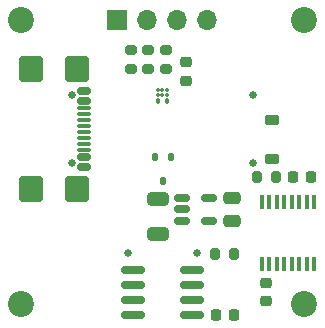
<source format=gbr>
%TF.GenerationSoftware,KiCad,Pcbnew,8.0.7*%
%TF.CreationDate,2024-12-28T17:49:01+01:00*%
%TF.ProjectId,usb-c-power-meter,7573622d-632d-4706-9f77-65722d6d6574,rev?*%
%TF.SameCoordinates,Original*%
%TF.FileFunction,Soldermask,Top*%
%TF.FilePolarity,Negative*%
%FSLAX46Y46*%
G04 Gerber Fmt 4.6, Leading zero omitted, Abs format (unit mm)*
G04 Created by KiCad (PCBNEW 8.0.7) date 2024-12-28 17:49:01*
%MOMM*%
%LPD*%
G01*
G04 APERTURE LIST*
G04 Aperture macros list*
%AMRoundRect*
0 Rectangle with rounded corners*
0 $1 Rounding radius*
0 $2 $3 $4 $5 $6 $7 $8 $9 X,Y pos of 4 corners*
0 Add a 4 corners polygon primitive as box body*
4,1,4,$2,$3,$4,$5,$6,$7,$8,$9,$2,$3,0*
0 Add four circle primitives for the rounded corners*
1,1,$1+$1,$2,$3*
1,1,$1+$1,$4,$5*
1,1,$1+$1,$6,$7*
1,1,$1+$1,$8,$9*
0 Add four rect primitives between the rounded corners*
20,1,$1+$1,$2,$3,$4,$5,0*
20,1,$1+$1,$4,$5,$6,$7,0*
20,1,$1+$1,$6,$7,$8,$9,0*
20,1,$1+$1,$8,$9,$2,$3,0*%
G04 Aperture macros list end*
%ADD10RoundRect,0.225000X0.225000X0.250000X-0.225000X0.250000X-0.225000X-0.250000X0.225000X-0.250000X0*%
%ADD11RoundRect,0.150000X0.825000X0.150000X-0.825000X0.150000X-0.825000X-0.150000X0.825000X-0.150000X0*%
%ADD12RoundRect,0.150000X-0.512500X-0.150000X0.512500X-0.150000X0.512500X0.150000X-0.512500X0.150000X0*%
%ADD13RoundRect,0.225000X0.250000X-0.225000X0.250000X0.225000X-0.250000X0.225000X-0.250000X-0.225000X0*%
%ADD14R,1.700000X1.700000*%
%ADD15O,1.700000X1.700000*%
%ADD16RoundRect,0.200000X0.200000X0.275000X-0.200000X0.275000X-0.200000X-0.275000X0.200000X-0.275000X0*%
%ADD17RoundRect,0.200000X0.275000X-0.200000X0.275000X0.200000X-0.275000X0.200000X-0.275000X-0.200000X0*%
%ADD18RoundRect,0.062500X0.125000X0.177000X-0.125000X0.177000X-0.125000X-0.177000X0.125000X-0.177000X0*%
%ADD19RoundRect,0.068750X0.068750X0.068750X-0.068750X0.068750X-0.068750X-0.068750X0.068750X-0.068750X0*%
%ADD20RoundRect,0.250000X-0.475000X0.250000X-0.475000X-0.250000X0.475000X-0.250000X0.475000X0.250000X0*%
%ADD21RoundRect,0.250000X-0.650000X0.325000X-0.650000X-0.325000X0.650000X-0.325000X0.650000X0.325000X0*%
%ADD22RoundRect,0.225000X0.375000X-0.225000X0.375000X0.225000X-0.375000X0.225000X-0.375000X-0.225000X0*%
%ADD23C,2.200000*%
%ADD24C,0.650000*%
%ADD25RoundRect,0.150000X-0.425000X0.150000X-0.425000X-0.150000X0.425000X-0.150000X0.425000X0.150000X0*%
%ADD26RoundRect,0.075000X-0.500000X0.075000X-0.500000X-0.075000X0.500000X-0.075000X0.500000X0.075000X0*%
%ADD27RoundRect,0.250000X-0.750000X0.840000X-0.750000X-0.840000X0.750000X-0.840000X0.750000X0.840000X0*%
%ADD28RoundRect,0.112500X0.112500X0.237500X-0.112500X0.237500X-0.112500X-0.237500X0.112500X-0.237500X0*%
%ADD29R,0.400000X1.200000*%
G04 APERTURE END LIST*
D10*
%TO.C,C6*%
X160250000Y-123100000D03*
X158700000Y-123100000D03*
%TD*%
D11*
%TO.C,U4*%
X156675000Y-123105000D03*
X156675000Y-121835000D03*
X156675000Y-120565000D03*
X156675000Y-119295000D03*
X151725000Y-119295000D03*
X151725000Y-120565000D03*
X151725000Y-121835000D03*
X151725000Y-123105000D03*
%TD*%
D12*
%TO.C,U2*%
X155862500Y-113250000D03*
X155862500Y-114200000D03*
X155862500Y-115150000D03*
X158137500Y-115150000D03*
X158137500Y-113250000D03*
%TD*%
D13*
%TO.C,C1*%
X156200000Y-103300000D03*
X156200000Y-101750000D03*
%TD*%
D10*
%TO.C,C4*%
X166769000Y-111440000D03*
X165219000Y-111440000D03*
%TD*%
D14*
%TO.C,J3*%
X150390000Y-98200000D03*
D15*
X152930000Y-98200000D03*
X155470000Y-98200000D03*
X158010000Y-98200000D03*
%TD*%
D16*
%TO.C,R8*%
X163821000Y-111440000D03*
X162171000Y-111440000D03*
%TD*%
D17*
%TO.C,R7*%
X151500000Y-102350000D03*
X151500000Y-100700000D03*
%TD*%
D16*
%TO.C,R9*%
X160290400Y-117942400D03*
X158640400Y-117942400D03*
%TD*%
D18*
%TO.C,U3*%
X154587000Y-105000000D03*
X153813000Y-105000000D03*
D19*
X154600000Y-104498000D03*
X154200000Y-104498000D03*
X153800000Y-104498000D03*
X154600000Y-104098000D03*
X154200000Y-104098000D03*
X153800000Y-104098000D03*
%TD*%
D20*
%TO.C,C5*%
X160062800Y-113268800D03*
X160062800Y-115168800D03*
%TD*%
D21*
%TO.C,C3*%
X153789000Y-113345000D03*
X153789000Y-116295000D03*
%TD*%
D17*
%TO.C,R5*%
X154500000Y-102350000D03*
X154500000Y-100700000D03*
%TD*%
D22*
%TO.C,D3*%
X163441000Y-109916000D03*
X163441000Y-106616000D03*
%TD*%
D23*
%TO.C,H2*%
X166200000Y-98200000D03*
%TD*%
D24*
%TO.C,J1*%
X146505000Y-104510000D03*
X146505000Y-110290000D03*
D25*
X147580000Y-104200000D03*
X147580000Y-105000000D03*
D26*
X147580000Y-106150000D03*
X147580000Y-107150000D03*
X147580000Y-107650000D03*
X147580000Y-108650000D03*
D25*
X147580000Y-109800000D03*
X147580000Y-110600000D03*
X147580000Y-110600000D03*
X147580000Y-109800000D03*
D26*
X147580000Y-109150000D03*
X147580000Y-108150000D03*
X147580000Y-106650000D03*
X147580000Y-105650000D03*
D25*
X147580000Y-105000000D03*
X147580000Y-104200000D03*
D27*
X147005000Y-102290000D03*
X143075000Y-102290000D03*
X147005000Y-112510000D03*
X143075000Y-112510000D03*
%TD*%
D28*
%TO.C,D2*%
X154900000Y-109800000D03*
X153600000Y-109800000D03*
X154250000Y-111800000D03*
%TD*%
D13*
%TO.C,C2*%
X163000000Y-121950000D03*
X163000000Y-120400000D03*
%TD*%
D23*
%TO.C,H3*%
X142200000Y-122200000D03*
%TD*%
%TO.C,H1*%
X142200000Y-98200000D03*
%TD*%
D17*
%TO.C,R6*%
X153000000Y-102350000D03*
X153000000Y-100700000D03*
%TD*%
D23*
%TO.C,H4*%
X166200000Y-122200000D03*
%TD*%
D29*
%TO.C,U1*%
X162595000Y-118800000D03*
X163230000Y-118800000D03*
X163865000Y-118800000D03*
X164500000Y-118800000D03*
X165135000Y-118800000D03*
X165770000Y-118800000D03*
X166405000Y-118800000D03*
X167040000Y-118800000D03*
X167040000Y-113600000D03*
X166405000Y-113600000D03*
X165770000Y-113600000D03*
X165135000Y-113600000D03*
X164500000Y-113600000D03*
X163865000Y-113600000D03*
X163230000Y-113600000D03*
X162595000Y-113600000D03*
%TD*%
D24*
%TO.C,J4*%
X161870000Y-104510000D03*
X161870000Y-110290000D03*
%TD*%
%TO.C,J2*%
X157090000Y-117895000D03*
X151310000Y-117895000D03*
%TD*%
M02*

</source>
